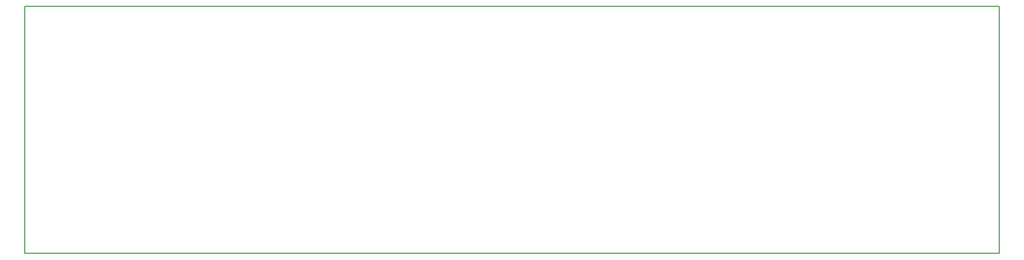
<source format=gko>
G04 ================== begin FILE IDENTIFICATION RECORD ==================*
G04 Layout Name:  D:/_doc/Guildline/9520/g9520_r1.brd*
G04 Film Name:    OUTLINE*
G04 File Format:  Gerber RS274X*
G04 File Origin:  Cadence Allegro 17.0-S003*
G04 Origin Date:  Sun Jan 08 22:18:05 2017*
G04 *
G04 Layer:  BOARD GEOMETRY/OUTLINE*
G04 *
G04 Offset:    (0.00 0.00)*
G04 Mirror:    No*
G04 Mode:      Positive*
G04 Rotation:  0*
G04 FullContactRelief:  No*
G04 UndefLineWidth:     5.00*
G04 ================== end FILE IDENTIFICATION RECORD ====================*
%FSLAX25Y25*MOIN*%
%IR0*IPPOS*OFA0.00000B0.00000*MIA0B0*SFA1.00000B1.00000*%
%ADD10C,.005*%
G75*
%LPD*%
G75*
G54D10*
G01X-335000Y-5000D02*
Y165000D01*
X335000D01*
Y-5000D01*
X-335000D01*
M02*

</source>
